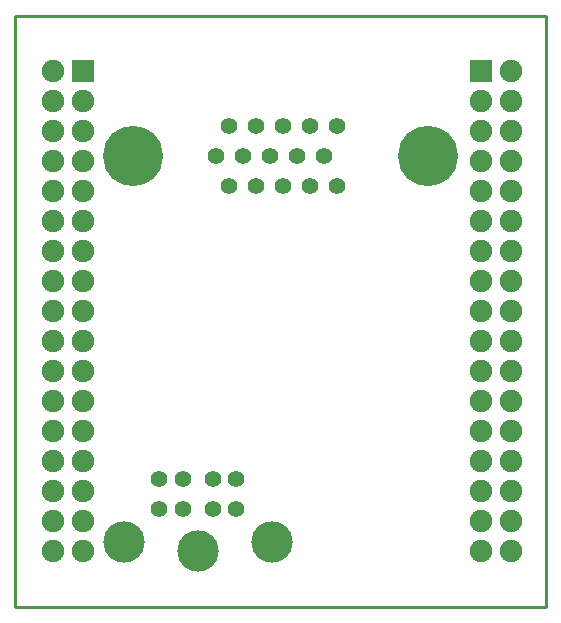
<source format=gbr>
G04 #@! TF.FileFunction,Soldermask,Bot*
%FSLAX46Y46*%
G04 Gerber Fmt 4.6, Leading zero omitted, Abs format (unit mm)*
G04 Created by KiCad (PCBNEW 4.0.1-3.201512221401+6198~38~ubuntu15.10.1-stable) date Thu 31 Mar 2016 02:37:57 PM EEST*
%MOMM*%
G01*
G04 APERTURE LIST*
%ADD10C,0.100000*%
%ADD11C,0.254000*%
%ADD12C,1.400000*%
%ADD13C,5.100000*%
%ADD14R,1.851600X1.851600*%
%ADD15C,1.901600*%
%ADD16C,1.410000*%
%ADD17C,3.500000*%
G04 APERTURE END LIST*
D10*
D11*
X125000000Y-120000000D02*
X125000000Y-70000000D01*
X170000000Y-120000000D02*
X125000000Y-120000000D01*
X170000000Y-70000000D02*
X170000000Y-120000000D01*
X125000000Y-70000000D02*
X170000000Y-70000000D01*
D12*
X143171000Y-84350000D03*
X145457000Y-84350000D03*
X147743000Y-84350000D03*
X150029000Y-84350000D03*
X152315000Y-84350000D03*
X142028000Y-81810000D03*
X144314000Y-81810000D03*
X146600000Y-81810000D03*
X148886000Y-81810000D03*
X151172000Y-81810000D03*
X143171000Y-79270000D03*
X145457000Y-79270000D03*
X147743000Y-79270000D03*
X150029000Y-79270000D03*
X152315000Y-79270000D03*
D13*
X159997000Y-81810000D03*
X135003000Y-81810000D03*
D14*
X130810000Y-74676000D03*
D15*
X128270000Y-74676000D03*
X130810000Y-77216000D03*
X128270000Y-77216000D03*
X130810000Y-79756000D03*
X128270000Y-79756000D03*
X130810000Y-82296000D03*
X128270000Y-82296000D03*
X130810000Y-84836000D03*
X128270000Y-84836000D03*
X128270000Y-87376000D03*
X130810000Y-87376000D03*
X128270000Y-89916000D03*
X130810000Y-89916000D03*
X128270000Y-92456000D03*
X130810000Y-92456000D03*
X128270000Y-94996000D03*
X130810000Y-94996000D03*
X128270000Y-97536000D03*
X130810000Y-97536000D03*
X128270000Y-105156000D03*
X130810000Y-105156000D03*
X128270000Y-115316000D03*
X130810000Y-112776000D03*
X128270000Y-112776000D03*
X130810000Y-115316000D03*
X130810000Y-110236000D03*
X128270000Y-107696000D03*
X128270000Y-110236000D03*
X130810000Y-107696000D03*
X128270000Y-100076000D03*
X128270000Y-102616000D03*
X130810000Y-102616000D03*
X130810000Y-100076000D03*
D14*
X164465000Y-74676000D03*
D15*
X167005000Y-74676000D03*
X164465000Y-77216000D03*
X167005000Y-77216000D03*
X164465000Y-79756000D03*
X167005000Y-79756000D03*
X164465000Y-82296000D03*
X167005000Y-82296000D03*
X164465000Y-84836000D03*
X167005000Y-84836000D03*
X167005000Y-87376000D03*
X164465000Y-87376000D03*
X167005000Y-89916000D03*
X164465000Y-89916000D03*
X167005000Y-92456000D03*
X164465000Y-92456000D03*
X167005000Y-94996000D03*
X164465000Y-94996000D03*
X167005000Y-97536000D03*
X164465000Y-97536000D03*
X167005000Y-105156000D03*
X164465000Y-105156000D03*
X167005000Y-115316000D03*
X164465000Y-112776000D03*
X167005000Y-112776000D03*
X164465000Y-115316000D03*
X164465000Y-110236000D03*
X167005000Y-107696000D03*
X167005000Y-110236000D03*
X164465000Y-107696000D03*
X167005000Y-100076000D03*
X167005000Y-102616000D03*
X164465000Y-102616000D03*
X164465000Y-100076000D03*
D16*
X141770000Y-111730000D03*
X139230000Y-111730000D03*
X143760000Y-111730000D03*
X137240000Y-111730000D03*
X143760000Y-109190000D03*
X137240000Y-109190000D03*
X139230000Y-109190000D03*
X141770000Y-109190000D03*
D17*
X134200000Y-114500000D03*
X140500000Y-115300000D03*
X146800000Y-114500000D03*
M02*

</source>
